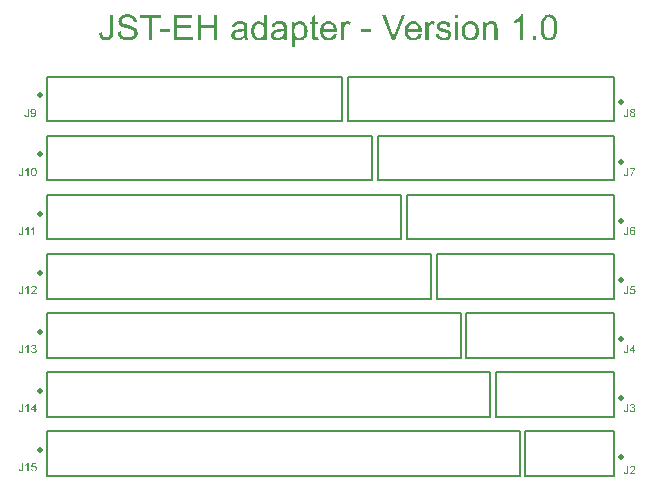
<source format=gto>
%FSLAX33Y33*%
%MOMM*%
%ADD10C,0.15*%
%ADD11C,0.5*%
%ADD12C,0.5*%
D10*
%LNtop silkscreen_traces*%
%LNtop silkscreen component 8278d696741b52da*%
G01*
X6000Y8100D02*
X6000Y11900D01*
X46000Y11900*
X46000Y8100*
X6000Y8100*
D11*
X5375Y10300D03*
G36*
X3579Y8678D02*
X3664Y8690D01*
X3667Y8652D01*
X3674Y8621D01*
X3683Y8596D01*
X3695Y8578D01*
X3710Y8564D01*
X3728Y8555D01*
X3748Y8549D01*
X3771Y8547D01*
X3788Y8548D01*
X3804Y8551D01*
X3819Y8556D01*
X3832Y8564D01*
X3844Y8573D01*
X3854Y8583D01*
X3862Y8595D01*
X3868Y8608D01*
X3872Y8624D01*
X3875Y8644D01*
X3877Y8669D01*
X3878Y8698D01*
X3878Y9191D01*
X3972Y9191D01*
X3972Y8703D01*
X3971Y8661D01*
X3967Y8623D01*
X3960Y8591D01*
X3951Y8564D01*
X3938Y8541D01*
X3923Y8520D01*
X3904Y8503D01*
X3882Y8489D01*
X3857Y8477D01*
X3831Y8469D01*
X3802Y8464D01*
X3771Y8463D01*
X3727Y8466D01*
X3688Y8476D01*
X3655Y8493D01*
X3627Y8517D01*
X3605Y8547D01*
X3590Y8584D01*
X3581Y8628D01*
X3579Y8678D01*
X3579Y8678D01*
X4423Y8475D02*
X4335Y8475D01*
X4335Y9035D01*
X4318Y9020D01*
X4298Y9005D01*
X4276Y8990D01*
X4251Y8975D01*
X4226Y8960D01*
X4203Y8948D01*
X4180Y8938D01*
X4159Y8929D01*
X4159Y9014D01*
X4195Y9032D01*
X4228Y9052D01*
X4259Y9074D01*
X4288Y9098D01*
X4313Y9123D01*
X4335Y9147D01*
X4352Y9170D01*
X4366Y9194D01*
X4423Y9194D01*
X4423Y8475D01*
X4423Y8475D01*
X4648Y8662D02*
X4740Y8670D01*
X4747Y8639D01*
X4757Y8611D01*
X4771Y8588D01*
X4788Y8569D01*
X4807Y8554D01*
X4829Y8544D01*
X4852Y8537D01*
X4878Y8535D01*
X4908Y8538D01*
X4936Y8547D01*
X4962Y8562D01*
X4985Y8583D01*
X5004Y8609D01*
X5018Y8639D01*
X5026Y8672D01*
X5029Y8710D01*
X5026Y8745D01*
X5018Y8777D01*
X5005Y8805D01*
X4987Y8829D01*
X4964Y8848D01*
X4938Y8861D01*
X4909Y8869D01*
X4876Y8872D01*
X4855Y8871D01*
X4836Y8867D01*
X4817Y8861D01*
X4800Y8853D01*
X4783Y8842D01*
X4769Y8831D01*
X4757Y8817D01*
X4746Y8803D01*
X4663Y8813D01*
X4733Y9181D01*
X5089Y9181D01*
X5089Y9097D01*
X4803Y9097D01*
X4764Y8905D01*
X4797Y8924D01*
X4830Y8938D01*
X4865Y8947D01*
X4900Y8950D01*
X4945Y8946D01*
X4986Y8933D01*
X5024Y8913D01*
X5058Y8885D01*
X5086Y8850D01*
X5106Y8810D01*
X5118Y8766D01*
X5122Y8718D01*
X5119Y8671D01*
X5108Y8627D01*
X5090Y8587D01*
X5066Y8550D01*
X5028Y8512D01*
X4984Y8485D01*
X4934Y8468D01*
X4878Y8463D01*
X4831Y8466D01*
X4789Y8476D01*
X4751Y8494D01*
X4718Y8517D01*
X4691Y8547D01*
X4670Y8581D01*
X4655Y8620D01*
X4648Y8662D01*
X4648Y8662D01*
G37*
%LNtop silkscreen component 08ce969612039e64*%
D10*
X54000Y41900D02*
X54000Y38100D01*
X31500Y38100*
X31500Y41900*
X54000Y41900*
D12*
X54625Y39700D03*
G36*
X54829Y38678D02*
X54914Y38690D01*
X54917Y38652D01*
X54924Y38621D01*
X54933Y38596D01*
X54945Y38578D01*
X54960Y38564D01*
X54978Y38555D01*
X54998Y38549D01*
X55021Y38547D01*
X55038Y38548D01*
X55054Y38551D01*
X55069Y38556D01*
X55082Y38564D01*
X55094Y38573D01*
X55104Y38583D01*
X55112Y38595D01*
X55118Y38608D01*
X55122Y38624D01*
X55125Y38644D01*
X55127Y38669D01*
X55128Y38698D01*
X55128Y39191D01*
X55222Y39191D01*
X55222Y38703D01*
X55221Y38661D01*
X55217Y38623D01*
X55210Y38591D01*
X55201Y38564D01*
X55188Y38541D01*
X55173Y38520D01*
X55154Y38503D01*
X55132Y38489D01*
X55107Y38477D01*
X55081Y38469D01*
X55052Y38464D01*
X55021Y38463D01*
X54977Y38466D01*
X54938Y38476D01*
X54905Y38493D01*
X54877Y38517D01*
X54855Y38547D01*
X54840Y38584D01*
X54831Y38628D01*
X54829Y38678D01*
X54829Y38678D01*
X55477Y38863D02*
X55506Y38808D01*
X55493Y38802D01*
X55472Y38784D01*
X55454Y38762D01*
X55441Y38738D01*
X55433Y38711D01*
X55431Y38682D01*
X55431Y38682D01*
X55432Y38663D01*
X55435Y38645D01*
X55441Y38627D01*
X55449Y38609D01*
X55459Y38592D01*
X55471Y38578D01*
X55485Y38565D01*
X55502Y38554D01*
X55520Y38546D01*
X55538Y38540D01*
X55557Y38536D01*
X55577Y38535D01*
X55607Y38538D01*
X55635Y38545D01*
X55659Y38558D01*
X55681Y38576D01*
X55699Y38597D01*
X55712Y38622D01*
X55720Y38649D01*
X55722Y38679D01*
X55720Y38709D01*
X55712Y38737D01*
X55699Y38761D01*
X55680Y38784D01*
X55658Y38802D01*
X55633Y38815D01*
X55605Y38823D01*
X55574Y38825D01*
X55545Y38823D01*
X55518Y38815D01*
X55506Y38808D01*
X55477Y38863D01*
X55510Y38915D01*
X55530Y38905D01*
X55552Y38899D01*
X55577Y38897D01*
X55601Y38899D01*
X55623Y38905D01*
X55643Y38915D01*
X55660Y38929D01*
X55674Y38946D01*
X55684Y38964D01*
X55691Y38985D01*
X55693Y39007D01*
X55691Y39030D01*
X55684Y39052D01*
X55674Y39071D01*
X55659Y39089D01*
X55641Y39103D01*
X55622Y39113D01*
X55600Y39119D01*
X55576Y39121D01*
X55552Y39119D01*
X55530Y39113D01*
X55510Y39103D01*
X55492Y39089D01*
X55478Y39072D01*
X55468Y39054D01*
X55461Y39034D01*
X55459Y39012D01*
X55459Y39012D01*
X55461Y38988D01*
X55467Y38966D01*
X55478Y38946D01*
X55492Y38929D01*
X55510Y38915D01*
X55477Y38863D01*
X55451Y38874D01*
X55429Y38887D01*
X55411Y38903D01*
X55396Y38920D01*
X55384Y38940D01*
X55376Y38961D01*
X55371Y38984D01*
X55369Y39009D01*
X55373Y39047D01*
X55383Y39081D01*
X55401Y39112D01*
X55426Y39141D01*
X55456Y39164D01*
X55491Y39180D01*
X55531Y39190D01*
X55575Y39194D01*
X55620Y39190D01*
X55660Y39180D01*
X55695Y39163D01*
X55726Y39139D01*
X55751Y39111D01*
X55769Y39079D01*
X55779Y39044D01*
X55783Y39007D01*
X55781Y38983D01*
X55776Y38960D01*
X55768Y38939D01*
X55757Y38920D01*
X55742Y38903D01*
X55724Y38887D01*
X55702Y38874D01*
X55677Y38863D01*
X55708Y38851D01*
X55736Y38835D01*
X55759Y38816D01*
X55778Y38794D01*
X55793Y38769D01*
X55804Y38741D01*
X55810Y38712D01*
X55812Y38680D01*
X55808Y38636D01*
X55796Y38595D01*
X55776Y38558D01*
X55747Y38525D01*
X55712Y38498D01*
X55672Y38478D01*
X55627Y38467D01*
X55576Y38463D01*
X55526Y38467D01*
X55481Y38478D01*
X55441Y38498D01*
X55406Y38526D01*
X55377Y38559D01*
X55357Y38596D01*
X55345Y38637D01*
X55341Y38682D01*
X55343Y38716D01*
X55349Y38746D01*
X55360Y38774D01*
X55376Y38799D01*
X55396Y38821D01*
X55419Y38839D01*
X55446Y38853D01*
X55477Y38863D01*
X55477Y38863D01*
G37*
%LNtop silkscreen component e805279d35b13680*%
D10*
X54000Y36900D02*
X54000Y33100D01*
X34000Y33100*
X34000Y36900*
X54000Y36900*
D12*
X54625Y34700D03*
G36*
X54829Y33678D02*
X54914Y33690D01*
X54917Y33652D01*
X54924Y33621D01*
X54933Y33596D01*
X54945Y33578D01*
X54960Y33564D01*
X54978Y33555D01*
X54998Y33549D01*
X55021Y33547D01*
X55038Y33548D01*
X55054Y33551D01*
X55069Y33556D01*
X55082Y33564D01*
X55094Y33573D01*
X55104Y33583D01*
X55112Y33595D01*
X55118Y33608D01*
X55122Y33624D01*
X55125Y33644D01*
X55127Y33669D01*
X55128Y33698D01*
X55128Y34191D01*
X55222Y34191D01*
X55222Y33703D01*
X55221Y33661D01*
X55217Y33623D01*
X55210Y33591D01*
X55201Y33564D01*
X55188Y33541D01*
X55173Y33520D01*
X55154Y33503D01*
X55132Y33489D01*
X55107Y33477D01*
X55081Y33469D01*
X55052Y33464D01*
X55021Y33463D01*
X54977Y33466D01*
X54938Y33476D01*
X54905Y33493D01*
X54877Y33517D01*
X54855Y33547D01*
X54840Y33584D01*
X54831Y33628D01*
X54829Y33678D01*
X54829Y33678D01*
X55347Y34097D02*
X55347Y34182D01*
X55811Y34182D01*
X55811Y34113D01*
X55777Y34074D01*
X55743Y34028D01*
X55709Y33977D01*
X55675Y33920D01*
X55644Y33859D01*
X55616Y33798D01*
X55592Y33735D01*
X55572Y33672D01*
X55560Y33626D01*
X55550Y33578D01*
X55543Y33527D01*
X55538Y33475D01*
X55447Y33475D01*
X55450Y33519D01*
X55457Y33568D01*
X55467Y33621D01*
X55481Y33679D01*
X55498Y33738D01*
X55519Y33797D01*
X55544Y33854D01*
X55572Y33910D01*
X55602Y33963D01*
X55633Y34012D01*
X55665Y34057D01*
X55698Y34097D01*
X55347Y34097D01*
X55347Y34097D01*
G37*
%LNtop silkscreen component 16fab53d32d5a67c*%
D10*
X54000Y11900D02*
X54000Y8100D01*
X46500Y8100*
X46500Y11900*
X54000Y11900*
D12*
X54625Y9700D03*
G36*
X54829Y8428D02*
X54914Y8440D01*
X54917Y8402D01*
X54924Y8371D01*
X54933Y8346D01*
X54945Y8328D01*
X54960Y8314D01*
X54978Y8305D01*
X54998Y8299D01*
X55021Y8297D01*
X55038Y8298D01*
X55054Y8301D01*
X55069Y8306D01*
X55082Y8314D01*
X55094Y8323D01*
X55104Y8333D01*
X55112Y8345D01*
X55118Y8358D01*
X55122Y8374D01*
X55125Y8394D01*
X55127Y8419D01*
X55128Y8448D01*
X55128Y8941D01*
X55222Y8941D01*
X55222Y8453D01*
X55221Y8411D01*
X55217Y8373D01*
X55210Y8341D01*
X55201Y8314D01*
X55188Y8291D01*
X55173Y8270D01*
X55154Y8253D01*
X55132Y8239D01*
X55107Y8227D01*
X55081Y8219D01*
X55052Y8214D01*
X55021Y8213D01*
X54977Y8216D01*
X54938Y8226D01*
X54905Y8243D01*
X54877Y8267D01*
X54855Y8297D01*
X54840Y8334D01*
X54831Y8378D01*
X54829Y8428D01*
X54829Y8428D01*
X55803Y8309D02*
X55803Y8225D01*
X55330Y8225D01*
X55331Y8241D01*
X55332Y8256D01*
X55336Y8271D01*
X55341Y8286D01*
X55351Y8310D01*
X55364Y8334D01*
X55380Y8358D01*
X55398Y8381D01*
X55421Y8406D01*
X55447Y8432D01*
X55478Y8460D01*
X55513Y8490D01*
X55567Y8535D01*
X55611Y8575D01*
X55646Y8611D01*
X55671Y8641D01*
X55689Y8669D01*
X55702Y8696D01*
X55710Y8722D01*
X55712Y8747D01*
X55710Y8772D01*
X55703Y8795D01*
X55691Y8816D01*
X55675Y8835D01*
X55655Y8851D01*
X55632Y8862D01*
X55606Y8869D01*
X55577Y8871D01*
X55547Y8869D01*
X55520Y8861D01*
X55496Y8850D01*
X55476Y8833D01*
X55459Y8812D01*
X55447Y8787D01*
X55440Y8759D01*
X55437Y8727D01*
X55347Y8737D01*
X55355Y8784D01*
X55369Y8826D01*
X55390Y8861D01*
X55417Y8891D01*
X55450Y8914D01*
X55488Y8931D01*
X55531Y8940D01*
X55579Y8944D01*
X55628Y8940D01*
X55672Y8929D01*
X55710Y8912D01*
X55742Y8887D01*
X55769Y8856D01*
X55787Y8823D01*
X55799Y8786D01*
X55802Y8745D01*
X55801Y8724D01*
X55798Y8702D01*
X55793Y8681D01*
X55785Y8661D01*
X55775Y8640D01*
X55762Y8618D01*
X55745Y8596D01*
X55727Y8573D01*
X55703Y8548D01*
X55672Y8519D01*
X55635Y8485D01*
X55591Y8447D01*
X55555Y8417D01*
X55526Y8391D01*
X55504Y8372D01*
X55489Y8357D01*
X55479Y8345D01*
X55469Y8333D01*
X55460Y8321D01*
X55452Y8309D01*
X55803Y8309D01*
X55803Y8309D01*
G37*
%LNtop silkscreen component a015b0e8d900f81e*%
D10*
X54000Y16900D02*
X54000Y13100D01*
X44000Y13100*
X44000Y16900*
X54000Y16900*
D12*
X54625Y14700D03*
G36*
X54829Y13678D02*
X54914Y13690D01*
X54917Y13652D01*
X54924Y13621D01*
X54933Y13596D01*
X54945Y13578D01*
X54960Y13564D01*
X54978Y13555D01*
X54998Y13549D01*
X55021Y13547D01*
X55038Y13548D01*
X55054Y13551D01*
X55069Y13556D01*
X55082Y13564D01*
X55094Y13573D01*
X55104Y13583D01*
X55112Y13595D01*
X55118Y13608D01*
X55122Y13624D01*
X55125Y13644D01*
X55127Y13669D01*
X55128Y13698D01*
X55128Y14191D01*
X55222Y14191D01*
X55222Y13703D01*
X55221Y13661D01*
X55217Y13623D01*
X55210Y13591D01*
X55201Y13564D01*
X55188Y13541D01*
X55173Y13520D01*
X55154Y13503D01*
X55132Y13489D01*
X55107Y13477D01*
X55081Y13469D01*
X55052Y13464D01*
X55021Y13463D01*
X54977Y13466D01*
X54938Y13476D01*
X54905Y13493D01*
X54877Y13517D01*
X54855Y13547D01*
X54840Y13584D01*
X54831Y13628D01*
X54829Y13678D01*
X54829Y13678D01*
X55342Y13664D02*
X55430Y13676D01*
X55439Y13641D01*
X55450Y13611D01*
X55465Y13587D01*
X55481Y13568D01*
X55501Y13554D01*
X55522Y13543D01*
X55545Y13537D01*
X55570Y13535D01*
X55600Y13538D01*
X55627Y13546D01*
X55652Y13559D01*
X55675Y13578D01*
X55693Y13601D01*
X55707Y13626D01*
X55715Y13654D01*
X55718Y13684D01*
X55715Y13713D01*
X55708Y13740D01*
X55695Y13763D01*
X55678Y13784D01*
X55657Y13802D01*
X55633Y13814D01*
X55607Y13821D01*
X55577Y13824D01*
X55564Y13823D01*
X55549Y13821D01*
X55533Y13818D01*
X55515Y13814D01*
X55525Y13891D01*
X55529Y13891D01*
X55533Y13890D01*
X55536Y13890D01*
X55539Y13890D01*
X55567Y13892D01*
X55593Y13897D01*
X55617Y13907D01*
X55640Y13919D01*
X55660Y13936D01*
X55674Y13957D01*
X55682Y13981D01*
X55685Y14010D01*
X55683Y14033D01*
X55677Y14054D01*
X55667Y14073D01*
X55653Y14090D01*
X55635Y14104D01*
X55615Y14114D01*
X55593Y14120D01*
X55568Y14121D01*
X55544Y14119D01*
X55521Y14113D01*
X55501Y14103D01*
X55483Y14089D01*
X55467Y14071D01*
X55455Y14049D01*
X55445Y14023D01*
X55439Y13993D01*
X55351Y14008D01*
X55361Y14050D01*
X55377Y14087D01*
X55398Y14118D01*
X55424Y14145D01*
X55454Y14166D01*
X55488Y14182D01*
X55525Y14191D01*
X55566Y14194D01*
X55595Y14192D01*
X55622Y14187D01*
X55649Y14180D01*
X55674Y14169D01*
X55697Y14155D01*
X55718Y14139D01*
X55735Y14121D01*
X55749Y14100D01*
X55761Y14078D01*
X55769Y14055D01*
X55774Y14032D01*
X55776Y14008D01*
X55774Y13985D01*
X55769Y13963D01*
X55762Y13943D01*
X55751Y13923D01*
X55737Y13905D01*
X55720Y13889D01*
X55700Y13875D01*
X55677Y13863D01*
X55707Y13853D01*
X55733Y13840D01*
X55756Y13823D01*
X55776Y13802D01*
X55791Y13777D01*
X55802Y13750D01*
X55809Y13720D01*
X55811Y13686D01*
X55807Y13641D01*
X55794Y13600D01*
X55772Y13562D01*
X55742Y13527D01*
X55706Y13499D01*
X55665Y13479D01*
X55620Y13466D01*
X55570Y13462D01*
X55524Y13466D01*
X55483Y13476D01*
X55446Y13494D01*
X55413Y13518D01*
X55385Y13549D01*
X55364Y13583D01*
X55350Y13621D01*
X55342Y13664D01*
X55342Y13664D01*
G37*
%LNtop silkscreen component b3f41ef893718b1e*%
D10*
X6000Y23100D02*
X6000Y26900D01*
X38500Y26900*
X38500Y23100*
X6000Y23100*
D11*
X5375Y25300D03*
G36*
X3579Y23678D02*
X3664Y23690D01*
X3667Y23652D01*
X3674Y23621D01*
X3683Y23596D01*
X3695Y23578D01*
X3710Y23564D01*
X3728Y23555D01*
X3748Y23549D01*
X3771Y23547D01*
X3788Y23548D01*
X3804Y23551D01*
X3819Y23556D01*
X3832Y23564D01*
X3844Y23573D01*
X3854Y23583D01*
X3862Y23595D01*
X3868Y23608D01*
X3872Y23624D01*
X3875Y23644D01*
X3877Y23669D01*
X3878Y23698D01*
X3878Y24191D01*
X3972Y24191D01*
X3972Y23703D01*
X3971Y23661D01*
X3967Y23623D01*
X3960Y23591D01*
X3951Y23564D01*
X3938Y23541D01*
X3923Y23520D01*
X3904Y23503D01*
X3882Y23489D01*
X3857Y23477D01*
X3831Y23469D01*
X3802Y23464D01*
X3771Y23463D01*
X3727Y23466D01*
X3688Y23476D01*
X3655Y23493D01*
X3627Y23517D01*
X3605Y23547D01*
X3590Y23584D01*
X3581Y23628D01*
X3579Y23678D01*
X3579Y23678D01*
X4423Y23475D02*
X4335Y23475D01*
X4335Y24035D01*
X4318Y24020D01*
X4298Y24005D01*
X4276Y23990D01*
X4251Y23975D01*
X4226Y23960D01*
X4203Y23948D01*
X4180Y23938D01*
X4159Y23929D01*
X4159Y24014D01*
X4195Y24032D01*
X4228Y24052D01*
X4259Y24074D01*
X4288Y24098D01*
X4313Y24123D01*
X4335Y24147D01*
X4352Y24170D01*
X4366Y24194D01*
X4423Y24194D01*
X4423Y23475D01*
X4423Y23475D01*
X5110Y23559D02*
X5110Y23475D01*
X4636Y23475D01*
X4637Y23491D01*
X4639Y23506D01*
X4642Y23521D01*
X4647Y23536D01*
X4657Y23560D01*
X4670Y23584D01*
X4686Y23608D01*
X4705Y23631D01*
X4727Y23656D01*
X4753Y23682D01*
X4784Y23710D01*
X4820Y23740D01*
X4873Y23785D01*
X4917Y23825D01*
X4952Y23861D01*
X4977Y23891D01*
X4995Y23919D01*
X5008Y23946D01*
X5016Y23972D01*
X5018Y23997D01*
X5016Y24022D01*
X5009Y24045D01*
X4997Y24066D01*
X4981Y24085D01*
X4961Y24101D01*
X4938Y24112D01*
X4912Y24119D01*
X4884Y24121D01*
X4853Y24119D01*
X4826Y24111D01*
X4803Y24100D01*
X4782Y24083D01*
X4765Y24062D01*
X4753Y24037D01*
X4746Y24009D01*
X4743Y23977D01*
X4653Y23987D01*
X4661Y24034D01*
X4675Y24076D01*
X4696Y24111D01*
X4723Y24141D01*
X4756Y24164D01*
X4794Y24181D01*
X4837Y24190D01*
X4885Y24194D01*
X4934Y24190D01*
X4978Y24179D01*
X5016Y24162D01*
X5049Y24137D01*
X5075Y24106D01*
X5094Y24073D01*
X5105Y24036D01*
X5109Y23995D01*
X5108Y23974D01*
X5104Y23952D01*
X5099Y23931D01*
X5091Y23911D01*
X5081Y23890D01*
X5068Y23868D01*
X5052Y23846D01*
X5033Y23823D01*
X5009Y23798D01*
X4978Y23769D01*
X4941Y23735D01*
X4897Y23697D01*
X4861Y23667D01*
X4832Y23641D01*
X4810Y23622D01*
X4796Y23607D01*
X4785Y23595D01*
X4775Y23583D01*
X4766Y23571D01*
X4759Y23559D01*
X5110Y23559D01*
X5110Y23559D01*
G37*
%LNtop silkscreen component ad3850c414a05864*%
D10*
X54000Y31900D02*
X54000Y28100D01*
X36500Y28100*
X36500Y31900*
X54000Y31900*
D12*
X54625Y29700D03*
G36*
X54829Y28678D02*
X54914Y28690D01*
X54917Y28652D01*
X54924Y28621D01*
X54933Y28596D01*
X54945Y28578D01*
X54960Y28564D01*
X54978Y28555D01*
X54998Y28549D01*
X55021Y28547D01*
X55038Y28548D01*
X55054Y28551D01*
X55069Y28556D01*
X55082Y28564D01*
X55094Y28573D01*
X55104Y28583D01*
X55112Y28595D01*
X55118Y28608D01*
X55122Y28624D01*
X55125Y28644D01*
X55127Y28669D01*
X55128Y28698D01*
X55128Y29191D01*
X55222Y29191D01*
X55222Y28703D01*
X55221Y28661D01*
X55217Y28623D01*
X55210Y28591D01*
X55201Y28564D01*
X55188Y28541D01*
X55173Y28520D01*
X55154Y28503D01*
X55132Y28489D01*
X55107Y28477D01*
X55081Y28469D01*
X55052Y28464D01*
X55021Y28463D01*
X54977Y28466D01*
X54938Y28476D01*
X54905Y28493D01*
X54877Y28517D01*
X54855Y28547D01*
X54840Y28584D01*
X54831Y28628D01*
X54829Y28678D01*
X54829Y28678D01*
X55798Y29016D02*
X55710Y29009D01*
X55704Y29033D01*
X55696Y29053D01*
X55687Y29070D01*
X55677Y29084D01*
X55658Y29100D01*
X55637Y29112D01*
X55614Y29119D01*
X55589Y29121D01*
X55569Y29120D01*
X55550Y29116D01*
X55532Y29108D01*
X55515Y29098D01*
X55496Y29081D01*
X55478Y29061D01*
X55463Y29037D01*
X55450Y29010D01*
X55439Y28978D01*
X55432Y28939D01*
X55427Y28895D01*
X55425Y28844D01*
X55471Y28808D01*
X55462Y28796D01*
X55449Y28770D01*
X55441Y28740D01*
X55439Y28707D01*
X55439Y28707D01*
X55440Y28684D01*
X55444Y28662D01*
X55450Y28641D01*
X55458Y28620D01*
X55469Y28601D01*
X55481Y28583D01*
X55496Y28569D01*
X55512Y28557D01*
X55529Y28547D01*
X55547Y28540D01*
X55566Y28536D01*
X55585Y28535D01*
X55612Y28538D01*
X55636Y28546D01*
X55659Y28560D01*
X55680Y28580D01*
X55698Y28604D01*
X55710Y28633D01*
X55718Y28665D01*
X55720Y28702D01*
X55718Y28737D01*
X55711Y28768D01*
X55698Y28796D01*
X55681Y28819D01*
X55660Y28838D01*
X55636Y28851D01*
X55610Y28859D01*
X55581Y28862D01*
X55553Y28859D01*
X55526Y28851D01*
X55502Y28838D01*
X55480Y28819D01*
X55471Y28808D01*
X55425Y28844D01*
X55442Y28867D01*
X55460Y28886D01*
X55481Y28903D01*
X55503Y28916D01*
X55526Y28926D01*
X55550Y28933D01*
X55574Y28938D01*
X55599Y28939D01*
X55641Y28935D01*
X55680Y28923D01*
X55716Y28903D01*
X55749Y28875D01*
X55776Y28840D01*
X55795Y28800D01*
X55806Y28756D01*
X55810Y28707D01*
X55808Y28674D01*
X55803Y28642D01*
X55794Y28612D01*
X55781Y28582D01*
X55765Y28555D01*
X55747Y28531D01*
X55725Y28511D01*
X55701Y28494D01*
X55675Y28480D01*
X55647Y28470D01*
X55618Y28465D01*
X55586Y28463D01*
X55534Y28468D01*
X55486Y28483D01*
X55444Y28508D01*
X55407Y28544D01*
X55377Y28591D01*
X55355Y28651D01*
X55342Y28724D01*
X55338Y28810D01*
X55342Y28907D01*
X55357Y28989D01*
X55381Y29058D01*
X55414Y29112D01*
X55451Y29148D01*
X55493Y29173D01*
X55541Y29189D01*
X55594Y29194D01*
X55635Y29191D01*
X55671Y29182D01*
X55704Y29167D01*
X55733Y29146D01*
X55757Y29120D01*
X55776Y29090D01*
X55790Y29055D01*
X55798Y29016D01*
X55798Y29016D01*
G37*
%LNtop silkscreen component da7bfe2cf6314d72*%
D10*
X6000Y13100D02*
X6000Y16900D01*
X43500Y16900*
X43500Y13100*
X6000Y13100*
D11*
X5375Y15300D03*
G36*
X3579Y13678D02*
X3664Y13690D01*
X3667Y13652D01*
X3674Y13621D01*
X3683Y13596D01*
X3695Y13578D01*
X3710Y13564D01*
X3728Y13555D01*
X3748Y13549D01*
X3771Y13547D01*
X3788Y13548D01*
X3804Y13551D01*
X3819Y13556D01*
X3832Y13564D01*
X3844Y13573D01*
X3854Y13583D01*
X3862Y13595D01*
X3868Y13608D01*
X3872Y13624D01*
X3875Y13644D01*
X3877Y13669D01*
X3878Y13698D01*
X3878Y14191D01*
X3972Y14191D01*
X3972Y13703D01*
X3971Y13661D01*
X3967Y13623D01*
X3960Y13591D01*
X3951Y13564D01*
X3938Y13541D01*
X3923Y13520D01*
X3904Y13503D01*
X3882Y13489D01*
X3857Y13477D01*
X3831Y13469D01*
X3802Y13464D01*
X3771Y13463D01*
X3727Y13466D01*
X3688Y13476D01*
X3655Y13493D01*
X3627Y13517D01*
X3605Y13547D01*
X3590Y13584D01*
X3581Y13628D01*
X3579Y13678D01*
X3579Y13678D01*
X4423Y13475D02*
X4335Y13475D01*
X4335Y14035D01*
X4318Y14020D01*
X4298Y14005D01*
X4276Y13990D01*
X4251Y13975D01*
X4226Y13960D01*
X4203Y13948D01*
X4180Y13938D01*
X4159Y13929D01*
X4159Y14014D01*
X4195Y14032D01*
X4228Y14052D01*
X4259Y14074D01*
X4288Y14098D01*
X4313Y14123D01*
X4335Y14147D01*
X4352Y14170D01*
X4366Y14194D01*
X4423Y14194D01*
X4423Y13475D01*
X4423Y13475D01*
X4929Y13475D02*
X4929Y13646D01*
X4619Y13646D01*
X4619Y13727D01*
X4874Y14089D01*
X4929Y14050D01*
X4705Y13727D01*
X4929Y13727D01*
X4929Y13727D01*
X4929Y14050D01*
X4874Y14089D01*
X4946Y14191D01*
X5017Y14191D01*
X5017Y13727D01*
X5114Y13727D01*
X5114Y13646D01*
X5017Y13646D01*
X5017Y13475D01*
X4929Y13475D01*
X4929Y13475D01*
G37*
%LNtop silkscreen component 228893982379df3f*%
D10*
X54000Y21900D02*
X54000Y18100D01*
X41500Y18100*
X41500Y21900*
X54000Y21900*
D12*
X54625Y19700D03*
G36*
X54829Y18678D02*
X54914Y18690D01*
X54917Y18652D01*
X54924Y18621D01*
X54933Y18596D01*
X54945Y18578D01*
X54960Y18564D01*
X54978Y18555D01*
X54998Y18549D01*
X55021Y18547D01*
X55038Y18548D01*
X55054Y18551D01*
X55069Y18556D01*
X55082Y18564D01*
X55094Y18573D01*
X55104Y18583D01*
X55112Y18595D01*
X55118Y18608D01*
X55122Y18624D01*
X55125Y18644D01*
X55127Y18669D01*
X55128Y18698D01*
X55128Y19191D01*
X55222Y19191D01*
X55222Y18703D01*
X55221Y18661D01*
X55217Y18623D01*
X55210Y18591D01*
X55201Y18564D01*
X55188Y18541D01*
X55173Y18520D01*
X55154Y18503D01*
X55132Y18489D01*
X55107Y18477D01*
X55081Y18469D01*
X55052Y18464D01*
X55021Y18463D01*
X54977Y18466D01*
X54938Y18476D01*
X54905Y18493D01*
X54877Y18517D01*
X54855Y18547D01*
X54840Y18584D01*
X54831Y18628D01*
X54829Y18678D01*
X54829Y18678D01*
X55623Y18475D02*
X55623Y18646D01*
X55313Y18646D01*
X55313Y18727D01*
X55568Y19089D01*
X55623Y19050D01*
X55399Y18727D01*
X55623Y18727D01*
X55623Y18727D01*
X55623Y19050D01*
X55568Y19089D01*
X55639Y19191D01*
X55711Y19191D01*
X55711Y18727D01*
X55808Y18727D01*
X55808Y18646D01*
X55711Y18646D01*
X55711Y18475D01*
X55623Y18475D01*
X55623Y18475D01*
G37*
%LNtop silkscreen component da574c27139357db*%
D10*
X6000Y18100D02*
X6000Y21900D01*
X41000Y21900*
X41000Y18100*
X6000Y18100*
D11*
X5375Y20300D03*
G36*
X3579Y18678D02*
X3664Y18690D01*
X3667Y18652D01*
X3674Y18621D01*
X3683Y18596D01*
X3695Y18578D01*
X3710Y18564D01*
X3728Y18555D01*
X3748Y18549D01*
X3771Y18547D01*
X3788Y18548D01*
X3804Y18551D01*
X3819Y18556D01*
X3832Y18564D01*
X3844Y18573D01*
X3854Y18583D01*
X3862Y18595D01*
X3868Y18608D01*
X3872Y18624D01*
X3875Y18644D01*
X3877Y18669D01*
X3878Y18698D01*
X3878Y19191D01*
X3972Y19191D01*
X3972Y18703D01*
X3971Y18661D01*
X3967Y18623D01*
X3960Y18591D01*
X3951Y18564D01*
X3938Y18541D01*
X3923Y18520D01*
X3904Y18503D01*
X3882Y18489D01*
X3857Y18477D01*
X3831Y18469D01*
X3802Y18464D01*
X3771Y18463D01*
X3727Y18466D01*
X3688Y18476D01*
X3655Y18493D01*
X3627Y18517D01*
X3605Y18547D01*
X3590Y18584D01*
X3581Y18628D01*
X3579Y18678D01*
X3579Y18678D01*
X4423Y18475D02*
X4335Y18475D01*
X4335Y19035D01*
X4318Y19020D01*
X4298Y19005D01*
X4276Y18990D01*
X4251Y18975D01*
X4226Y18960D01*
X4203Y18948D01*
X4180Y18938D01*
X4159Y18929D01*
X4159Y19014D01*
X4195Y19032D01*
X4228Y19052D01*
X4259Y19074D01*
X4288Y19098D01*
X4313Y19123D01*
X4335Y19147D01*
X4352Y19170D01*
X4366Y19194D01*
X4423Y19194D01*
X4423Y18475D01*
X4423Y18475D01*
X4648Y18664D02*
X4736Y18676D01*
X4745Y18641D01*
X4757Y18611D01*
X4771Y18587D01*
X4788Y18568D01*
X4807Y18554D01*
X4828Y18543D01*
X4851Y18537D01*
X4876Y18535D01*
X4906Y18538D01*
X4933Y18546D01*
X4958Y18559D01*
X4981Y18578D01*
X5000Y18601D01*
X5013Y18626D01*
X5021Y18654D01*
X5024Y18684D01*
X5021Y18713D01*
X5014Y18740D01*
X5001Y18763D01*
X4984Y18784D01*
X4963Y18802D01*
X4939Y18814D01*
X4913Y18821D01*
X4884Y18824D01*
X4870Y18823D01*
X4856Y18821D01*
X4839Y18818D01*
X4822Y18814D01*
X4831Y18891D01*
X4835Y18891D01*
X4839Y18890D01*
X4843Y18890D01*
X4845Y18890D01*
X4873Y18892D01*
X4899Y18897D01*
X4923Y18907D01*
X4947Y18919D01*
X4966Y18936D01*
X4980Y18957D01*
X4989Y18981D01*
X4991Y19010D01*
X4989Y19033D01*
X4983Y19054D01*
X4973Y19073D01*
X4959Y19090D01*
X4941Y19104D01*
X4921Y19114D01*
X4899Y19119D01*
X4874Y19121D01*
X4850Y19119D01*
X4827Y19113D01*
X4807Y19103D01*
X4789Y19089D01*
X4773Y19071D01*
X4761Y19049D01*
X4751Y19023D01*
X4745Y18993D01*
X4657Y19008D01*
X4668Y19050D01*
X4683Y19087D01*
X4704Y19118D01*
X4730Y19145D01*
X4761Y19166D01*
X4794Y19182D01*
X4832Y19191D01*
X4872Y19194D01*
X4901Y19192D01*
X4929Y19187D01*
X4955Y19180D01*
X4980Y19169D01*
X5003Y19155D01*
X5024Y19139D01*
X5041Y19121D01*
X5056Y19100D01*
X5067Y19078D01*
X5075Y19055D01*
X5080Y19032D01*
X5082Y19008D01*
X5080Y18985D01*
X5076Y18963D01*
X5068Y18943D01*
X5057Y18923D01*
X5043Y18905D01*
X5026Y18889D01*
X5006Y18875D01*
X4983Y18863D01*
X5013Y18853D01*
X5040Y18840D01*
X5062Y18823D01*
X5082Y18802D01*
X5097Y18777D01*
X5108Y18750D01*
X5115Y18720D01*
X5117Y18686D01*
X5113Y18641D01*
X5100Y18600D01*
X5078Y18562D01*
X5049Y18527D01*
X5012Y18499D01*
X4971Y18479D01*
X4926Y18466D01*
X4876Y18462D01*
X4831Y18466D01*
X4789Y18476D01*
X4752Y18494D01*
X4719Y18518D01*
X4691Y18549D01*
X4670Y18583D01*
X4656Y18621D01*
X4648Y18664D01*
X4648Y18664D01*
G37*
%LNtop silkscreen component eafc2537431a66c3*%
D10*
X6000Y38100D02*
X6000Y41900D01*
X31000Y41900*
X31000Y38100*
X6000Y38100*
D11*
X5375Y40300D03*
G36*
X4079Y38678D02*
X4164Y38690D01*
X4167Y38652D01*
X4174Y38621D01*
X4183Y38596D01*
X4195Y38578D01*
X4210Y38564D01*
X4228Y38555D01*
X4248Y38549D01*
X4271Y38547D01*
X4288Y38548D01*
X4304Y38551D01*
X4319Y38556D01*
X4332Y38564D01*
X4344Y38573D01*
X4354Y38583D01*
X4362Y38595D01*
X4368Y38608D01*
X4372Y38624D01*
X4375Y38644D01*
X4377Y38669D01*
X4378Y38698D01*
X4378Y39191D01*
X4472Y39191D01*
X4472Y38703D01*
X4471Y38661D01*
X4467Y38623D01*
X4460Y38591D01*
X4451Y38564D01*
X4438Y38541D01*
X4423Y38520D01*
X4404Y38503D01*
X4382Y38489D01*
X4357Y38477D01*
X4331Y38469D01*
X4302Y38464D01*
X4271Y38463D01*
X4227Y38466D01*
X4188Y38476D01*
X4155Y38493D01*
X4127Y38517D01*
X4105Y38547D01*
X4090Y38584D01*
X4081Y38628D01*
X4079Y38678D01*
X4079Y38678D01*
X4605Y38641D02*
X4689Y38648D01*
X4696Y38621D01*
X4705Y38597D01*
X4716Y38577D01*
X4730Y38562D01*
X4746Y38550D01*
X4765Y38542D01*
X4785Y38537D01*
X4808Y38535D01*
X4827Y38536D01*
X4846Y38540D01*
X4863Y38545D01*
X4879Y38554D01*
X4893Y38564D01*
X4907Y38575D01*
X4918Y38588D01*
X4929Y38603D01*
X4938Y38620D01*
X4947Y38640D01*
X4955Y38662D01*
X4962Y38687D01*
X4967Y38713D01*
X4972Y38740D01*
X4974Y38767D01*
X4975Y38794D01*
X4975Y38798D01*
X4975Y38802D01*
X4975Y38806D01*
X4974Y38812D01*
X4930Y38844D01*
X4942Y38861D01*
X4955Y38889D01*
X4962Y38921D01*
X4965Y38956D01*
X4965Y38956D01*
X4962Y38992D01*
X4955Y39024D01*
X4942Y39052D01*
X4924Y39077D01*
X4903Y39096D01*
X4880Y39110D01*
X4855Y39118D01*
X4827Y39121D01*
X4799Y39118D01*
X4773Y39109D01*
X4748Y39094D01*
X4725Y39073D01*
X4706Y39047D01*
X4693Y39018D01*
X4685Y38985D01*
X4682Y38949D01*
X4684Y38917D01*
X4692Y38887D01*
X4705Y38861D01*
X4723Y38838D01*
X4745Y38819D01*
X4769Y38806D01*
X4796Y38798D01*
X4825Y38795D01*
X4854Y38798D01*
X4881Y38806D01*
X4904Y38819D01*
X4925Y38838D01*
X4930Y38844D01*
X4974Y38812D01*
X4960Y38792D01*
X4943Y38774D01*
X4924Y38758D01*
X4902Y38744D01*
X4879Y38732D01*
X4855Y38724D01*
X4830Y38719D01*
X4803Y38718D01*
X4761Y38722D01*
X4721Y38734D01*
X4686Y38754D01*
X4653Y38782D01*
X4626Y38817D01*
X4607Y38857D01*
X4595Y38902D01*
X4592Y38952D01*
X4596Y39004D01*
X4608Y39050D01*
X4628Y39091D01*
X4656Y39127D01*
X4690Y39156D01*
X4728Y39177D01*
X4770Y39190D01*
X4817Y39194D01*
X4851Y39191D01*
X4883Y39184D01*
X4915Y39173D01*
X4944Y39156D01*
X4972Y39135D01*
X4995Y39111D01*
X5015Y39082D01*
X5032Y39049D01*
X5045Y39010D01*
X5055Y38964D01*
X5060Y38910D01*
X5062Y38848D01*
X5060Y38782D01*
X5055Y38724D01*
X5045Y38673D01*
X5032Y38629D01*
X5016Y38591D01*
X4995Y38557D01*
X4971Y38529D01*
X4944Y38505D01*
X4913Y38487D01*
X4880Y38473D01*
X4844Y38465D01*
X4806Y38463D01*
X4766Y38466D01*
X4730Y38474D01*
X4697Y38489D01*
X4669Y38509D01*
X4645Y38535D01*
X4626Y38566D01*
X4613Y38601D01*
X4605Y38641D01*
X4605Y38641D01*
G37*
%LNtop silkscreen component b7702b93b57b5186*%
D10*
X6000Y28100D02*
X6000Y31900D01*
X36000Y31900*
X36000Y28100*
X6000Y28100*
D11*
X5375Y30300D03*
G36*
X3579Y28678D02*
X3664Y28690D01*
X3667Y28652D01*
X3674Y28621D01*
X3683Y28596D01*
X3695Y28578D01*
X3710Y28564D01*
X3728Y28555D01*
X3748Y28549D01*
X3771Y28547D01*
X3788Y28548D01*
X3804Y28551D01*
X3819Y28556D01*
X3832Y28564D01*
X3844Y28573D01*
X3854Y28583D01*
X3862Y28595D01*
X3868Y28608D01*
X3872Y28624D01*
X3875Y28644D01*
X3877Y28669D01*
X3878Y28698D01*
X3878Y29191D01*
X3972Y29191D01*
X3972Y28703D01*
X3971Y28661D01*
X3967Y28623D01*
X3960Y28591D01*
X3951Y28564D01*
X3938Y28541D01*
X3923Y28520D01*
X3904Y28503D01*
X3882Y28489D01*
X3857Y28477D01*
X3831Y28469D01*
X3802Y28464D01*
X3771Y28463D01*
X3727Y28466D01*
X3688Y28476D01*
X3655Y28493D01*
X3627Y28517D01*
X3605Y28547D01*
X3590Y28584D01*
X3581Y28628D01*
X3579Y28678D01*
X3579Y28678D01*
X4423Y28475D02*
X4335Y28475D01*
X4335Y29035D01*
X4318Y29020D01*
X4298Y29005D01*
X4276Y28990D01*
X4251Y28975D01*
X4226Y28960D01*
X4203Y28948D01*
X4180Y28938D01*
X4159Y28929D01*
X4159Y29014D01*
X4195Y29032D01*
X4228Y29052D01*
X4259Y29074D01*
X4288Y29098D01*
X4313Y29123D01*
X4335Y29147D01*
X4352Y29170D01*
X4366Y29194D01*
X4423Y29194D01*
X4423Y28475D01*
X4423Y28475D01*
X4905Y28475D02*
X4817Y28475D01*
X4817Y29035D01*
X4800Y29020D01*
X4780Y29005D01*
X4758Y28990D01*
X4733Y28975D01*
X4708Y28960D01*
X4684Y28948D01*
X4662Y28938D01*
X4641Y28929D01*
X4641Y29014D01*
X4677Y29032D01*
X4710Y29052D01*
X4741Y29074D01*
X4770Y29098D01*
X4795Y29123D01*
X4817Y29147D01*
X4834Y29170D01*
X4848Y29194D01*
X4905Y29194D01*
X4905Y28475D01*
X4905Y28475D01*
G37*
%LNtop silkscreen component f237f16fae055c2f*%
D10*
X6000Y33100D02*
X6000Y36900D01*
X33500Y36900*
X33500Y33100*
X6000Y33100*
D11*
X5375Y35300D03*
G36*
X3579Y33678D02*
X3664Y33690D01*
X3667Y33652D01*
X3674Y33621D01*
X3683Y33596D01*
X3695Y33578D01*
X3710Y33564D01*
X3728Y33555D01*
X3748Y33549D01*
X3771Y33547D01*
X3788Y33548D01*
X3804Y33551D01*
X3819Y33556D01*
X3832Y33564D01*
X3844Y33573D01*
X3854Y33583D01*
X3862Y33595D01*
X3868Y33608D01*
X3872Y33624D01*
X3875Y33644D01*
X3877Y33669D01*
X3878Y33698D01*
X3878Y34191D01*
X3972Y34191D01*
X3972Y33703D01*
X3971Y33661D01*
X3967Y33623D01*
X3960Y33591D01*
X3951Y33564D01*
X3938Y33541D01*
X3923Y33520D01*
X3904Y33503D01*
X3882Y33489D01*
X3857Y33477D01*
X3831Y33469D01*
X3802Y33464D01*
X3771Y33463D01*
X3727Y33466D01*
X3688Y33476D01*
X3655Y33493D01*
X3627Y33517D01*
X3605Y33547D01*
X3590Y33584D01*
X3581Y33628D01*
X3579Y33678D01*
X3579Y33678D01*
X4423Y33475D02*
X4335Y33475D01*
X4335Y34035D01*
X4318Y34020D01*
X4298Y34005D01*
X4276Y33990D01*
X4251Y33975D01*
X4226Y33960D01*
X4203Y33948D01*
X4180Y33938D01*
X4159Y33929D01*
X4159Y34014D01*
X4195Y34032D01*
X4228Y34052D01*
X4259Y34074D01*
X4288Y34098D01*
X4313Y34123D01*
X4335Y34147D01*
X4352Y34170D01*
X4366Y34194D01*
X4423Y34194D01*
X4423Y33475D01*
X4423Y33475D01*
X4648Y33828D02*
X4649Y33888D01*
X4654Y33943D01*
X4662Y33991D01*
X4674Y34032D01*
X4688Y34069D01*
X4706Y34101D01*
X4727Y34129D01*
X4751Y34152D01*
X4779Y34170D01*
X4810Y34183D01*
X4844Y34191D01*
X4881Y34194D01*
X4909Y34192D01*
X4935Y34188D01*
X4960Y34181D01*
X4982Y34171D01*
X5003Y34158D01*
X5022Y34142D01*
X5039Y34124D01*
X5054Y34104D01*
X5067Y34081D01*
X5079Y34055D01*
X5090Y34027D01*
X5098Y33997D01*
X5105Y33963D01*
X5110Y33924D01*
X5113Y33879D01*
X5114Y33828D01*
X5113Y33768D01*
X5108Y33714D01*
X5100Y33666D01*
X5089Y33625D01*
X5074Y33588D01*
X5056Y33556D01*
X5035Y33528D01*
X5011Y33505D01*
X4984Y33487D01*
X4953Y33473D01*
X4919Y33465D01*
X4881Y33463D01*
X4874Y33463D01*
X4881Y33535D01*
X4910Y33539D01*
X4937Y33550D01*
X4961Y33568D01*
X4983Y33594D01*
X5001Y33630D01*
X5014Y33682D01*
X5022Y33747D01*
X5024Y33828D01*
X5022Y33909D01*
X5014Y33975D01*
X5001Y34026D01*
X4983Y34063D01*
X4961Y34088D01*
X4937Y34106D01*
X4910Y34117D01*
X4880Y34121D01*
X4851Y34118D01*
X4826Y34108D01*
X4803Y34092D01*
X4783Y34070D01*
X4764Y34030D01*
X4749Y33977D01*
X4741Y33909D01*
X4738Y33828D01*
X4738Y33828D01*
X4741Y33747D01*
X4748Y33681D01*
X4761Y33630D01*
X4779Y33593D01*
X4801Y33568D01*
X4825Y33550D01*
X4852Y33539D01*
X4881Y33535D01*
X4874Y33463D01*
X4832Y33467D01*
X4789Y33481D01*
X4751Y33505D01*
X4718Y33537D01*
X4688Y33589D01*
X4665Y33654D01*
X4652Y33734D01*
X4648Y33828D01*
X4648Y33828D01*
G37*
%LNtop silkscreen component 33b1766a393aa792*%
D10*
X54000Y26900D02*
X54000Y23100D01*
X39000Y23100*
X39000Y26900*
X54000Y26900*
D12*
X54625Y24700D03*
G36*
X54829Y23678D02*
X54914Y23690D01*
X54917Y23652D01*
X54924Y23621D01*
X54933Y23596D01*
X54945Y23578D01*
X54960Y23564D01*
X54978Y23555D01*
X54998Y23549D01*
X55021Y23547D01*
X55038Y23548D01*
X55054Y23551D01*
X55069Y23556D01*
X55082Y23564D01*
X55094Y23573D01*
X55104Y23583D01*
X55112Y23595D01*
X55118Y23608D01*
X55122Y23624D01*
X55125Y23644D01*
X55127Y23669D01*
X55128Y23698D01*
X55128Y24191D01*
X55222Y24191D01*
X55222Y23703D01*
X55221Y23661D01*
X55217Y23623D01*
X55210Y23591D01*
X55201Y23564D01*
X55188Y23541D01*
X55173Y23520D01*
X55154Y23503D01*
X55132Y23489D01*
X55107Y23477D01*
X55081Y23469D01*
X55052Y23464D01*
X55021Y23463D01*
X54977Y23466D01*
X54938Y23476D01*
X54905Y23493D01*
X54877Y23517D01*
X54855Y23547D01*
X54840Y23584D01*
X54831Y23628D01*
X54829Y23678D01*
X54829Y23678D01*
X55342Y23663D02*
X55434Y23670D01*
X55441Y23639D01*
X55451Y23611D01*
X55464Y23588D01*
X55481Y23569D01*
X55501Y23554D01*
X55523Y23544D01*
X55546Y23537D01*
X55572Y23535D01*
X55602Y23538D01*
X55630Y23547D01*
X55656Y23562D01*
X55679Y23583D01*
X55698Y23609D01*
X55712Y23639D01*
X55720Y23672D01*
X55723Y23710D01*
X55720Y23745D01*
X55712Y23777D01*
X55699Y23805D01*
X55681Y23829D01*
X55658Y23848D01*
X55632Y23861D01*
X55603Y23869D01*
X55570Y23872D01*
X55549Y23871D01*
X55530Y23867D01*
X55511Y23861D01*
X55493Y23853D01*
X55477Y23842D01*
X55463Y23831D01*
X55450Y23817D01*
X55440Y23803D01*
X55357Y23813D01*
X55426Y24181D01*
X55782Y24181D01*
X55782Y24097D01*
X55497Y24097D01*
X55458Y23905D01*
X55491Y23924D01*
X55524Y23938D01*
X55558Y23947D01*
X55593Y23950D01*
X55639Y23946D01*
X55680Y23933D01*
X55718Y23913D01*
X55752Y23885D01*
X55780Y23850D01*
X55800Y23810D01*
X55812Y23766D01*
X55816Y23718D01*
X55813Y23671D01*
X55802Y23627D01*
X55784Y23587D01*
X55760Y23550D01*
X55722Y23512D01*
X55678Y23485D01*
X55628Y23468D01*
X55572Y23463D01*
X55525Y23466D01*
X55483Y23476D01*
X55445Y23494D01*
X55412Y23517D01*
X55385Y23547D01*
X55364Y23581D01*
X55349Y23620D01*
X55342Y23663D01*
X55342Y23663D01*
G37*
%LNtext*%
G36*
X10411Y45609D02*
X10668Y45645D01*
X10677Y45531D01*
X10696Y45437D01*
X10724Y45363D01*
X10760Y45308D01*
X10805Y45268D01*
X10858Y45240D01*
X10919Y45222D01*
X10987Y45217D01*
X11039Y45220D01*
X11087Y45229D01*
X11131Y45244D01*
X11172Y45266D01*
X11207Y45293D01*
X11237Y45324D01*
X11261Y45359D01*
X11279Y45399D01*
X11291Y45448D01*
X11301Y45508D01*
X11306Y45582D01*
X11308Y45668D01*
X11308Y47147D01*
X11592Y47147D01*
X11592Y45684D01*
X11588Y45557D01*
X11576Y45445D01*
X11555Y45348D01*
X11527Y45267D01*
X11490Y45197D01*
X11443Y45136D01*
X11386Y45084D01*
X11320Y45041D01*
X11247Y45007D01*
X11167Y44983D01*
X11081Y44968D01*
X10989Y44963D01*
X10856Y44974D01*
X10739Y45004D01*
X10639Y45055D01*
X10556Y45126D01*
X10490Y45217D01*
X10445Y45328D01*
X10418Y45459D01*
X10411Y45609D01*
X10411Y45609D01*
X11960Y45690D02*
X12228Y45713D01*
X12241Y45636D01*
X12260Y45567D01*
X12285Y45504D01*
X12317Y45449D01*
X12356Y45400D01*
X12405Y45356D01*
X12464Y45316D01*
X12533Y45282D01*
X12608Y45254D01*
X12688Y45234D01*
X12773Y45222D01*
X12862Y45218D01*
X12941Y45221D01*
X13015Y45230D01*
X13085Y45245D01*
X13149Y45267D01*
X13208Y45293D01*
X13258Y45324D01*
X13300Y45359D01*
X13335Y45399D01*
X13361Y45442D01*
X13380Y45487D01*
X13392Y45534D01*
X13395Y45583D01*
X13392Y45632D01*
X13381Y45678D01*
X13362Y45720D01*
X13337Y45760D01*
X13303Y45796D01*
X13259Y45829D01*
X13206Y45859D01*
X13143Y45886D01*
X13087Y45905D01*
X13005Y45929D01*
X12896Y45958D01*
X12761Y45991D01*
X12624Y46026D01*
X12510Y46060D01*
X12417Y46093D01*
X12347Y46125D01*
X12275Y46168D01*
X12212Y46215D01*
X12160Y46268D01*
X12117Y46325D01*
X12084Y46386D01*
X12061Y46451D01*
X12047Y46520D01*
X12042Y46592D01*
X12048Y46672D01*
X12065Y46750D01*
X12094Y46824D01*
X12134Y46896D01*
X12186Y46963D01*
X12248Y47021D01*
X12320Y47070D01*
X12404Y47111D01*
X12495Y47143D01*
X12591Y47166D01*
X12692Y47180D01*
X12798Y47184D01*
X12914Y47179D01*
X13022Y47165D01*
X13124Y47141D01*
X13219Y47107D01*
X13305Y47064D01*
X13380Y47012D01*
X13445Y46951D01*
X13499Y46881D01*
X13543Y46804D01*
X13575Y46722D01*
X13596Y46634D01*
X13605Y46542D01*
X13332Y46522D01*
X13315Y46618D01*
X13284Y46701D01*
X13241Y46771D01*
X13184Y46830D01*
X13113Y46875D01*
X13027Y46908D01*
X12926Y46927D01*
X12809Y46934D01*
X12689Y46928D01*
X12587Y46910D01*
X12501Y46880D01*
X12434Y46839D01*
X12382Y46789D01*
X12345Y46735D01*
X12323Y46676D01*
X12316Y46611D01*
X12321Y46556D01*
X12337Y46506D01*
X12363Y46461D01*
X12399Y46421D01*
X12457Y46383D01*
X12547Y46345D01*
X12671Y46307D01*
X12828Y46268D01*
X12987Y46230D01*
X13120Y46194D01*
X13225Y46161D01*
X13303Y46131D01*
X13391Y46085D01*
X13466Y46033D01*
X13529Y45975D01*
X13580Y45912D01*
X13619Y45843D01*
X13647Y45769D01*
X13664Y45690D01*
X13669Y45606D01*
X13663Y45522D01*
X13645Y45440D01*
X13614Y45360D01*
X13571Y45283D01*
X13517Y45212D01*
X13452Y45149D01*
X13376Y45094D01*
X13289Y45048D01*
X13194Y45011D01*
X13094Y44984D01*
X12987Y44969D01*
X12875Y44963D01*
X12736Y44969D01*
X12608Y44985D01*
X12491Y45011D01*
X12387Y45048D01*
X12294Y45096D01*
X12211Y45155D01*
X12139Y45224D01*
X12078Y45304D01*
X12028Y45392D01*
X11992Y45486D01*
X11969Y45585D01*
X11960Y45690D01*
X11960Y45690D01*
X14604Y45000D02*
X14604Y46894D01*
X13896Y46894D01*
X13896Y47147D01*
X15599Y47147D01*
X15599Y46894D01*
X14888Y46894D01*
X14888Y45000D01*
X14604Y45000D01*
X14604Y45000D01*
X15588Y45645D02*
X15588Y45910D01*
X16398Y45910D01*
X16398Y45645D01*
X15588Y45645D01*
X15588Y45645D01*
X16729Y45000D02*
X16729Y47147D01*
X18282Y47147D01*
X18282Y46894D01*
X17014Y46894D01*
X17014Y46236D01*
X18202Y46236D01*
X18202Y45984D01*
X17014Y45984D01*
X17014Y45253D01*
X18332Y45253D01*
X18332Y45000D01*
X16729Y45000D01*
X16729Y45000D01*
X18733Y45000D02*
X18733Y47147D01*
X19017Y47147D01*
X19017Y46266D01*
X20134Y46266D01*
X20134Y47147D01*
X20418Y47147D01*
X20418Y45000D01*
X20134Y45000D01*
X20134Y46012D01*
X19017Y46012D01*
X19017Y45000D01*
X18733Y45000D01*
X18733Y45000D01*
X22706Y45192D02*
X22633Y45134D01*
X22623Y45127D01*
X22523Y45274D01*
X22570Y45317D01*
X22610Y45366D01*
X22642Y45420D01*
X22660Y45470D01*
X22673Y45531D01*
X22681Y45602D01*
X22684Y45684D01*
X22684Y45781D01*
X22684Y45781D01*
X22603Y45753D01*
X22505Y45727D01*
X22388Y45703D01*
X22253Y45681D01*
X22178Y45669D01*
X22115Y45656D01*
X22063Y45643D01*
X22023Y45628D01*
X21992Y45612D01*
X21964Y45592D01*
X21940Y45569D01*
X21919Y45543D01*
X21903Y45514D01*
X21892Y45483D01*
X21885Y45451D01*
X21883Y45417D01*
X21888Y45367D01*
X21903Y45321D01*
X21928Y45279D01*
X21963Y45242D01*
X22007Y45211D01*
X22061Y45189D01*
X22124Y45176D01*
X22196Y45171D01*
X22270Y45176D01*
X22340Y45188D01*
X22406Y45209D01*
X22467Y45238D01*
X22523Y45274D01*
X22623Y45127D01*
X22562Y45086D01*
X22492Y45046D01*
X22424Y45016D01*
X22355Y44994D01*
X22284Y44978D01*
X22210Y44968D01*
X22133Y44965D01*
X22012Y44973D01*
X21907Y44996D01*
X21815Y45035D01*
X21739Y45090D01*
X21679Y45157D01*
X21636Y45233D01*
X21610Y45317D01*
X21601Y45410D01*
X21605Y45466D01*
X21614Y45519D01*
X21631Y45570D01*
X21653Y45619D01*
X21681Y45664D01*
X21714Y45704D01*
X21750Y45740D01*
X21790Y45771D01*
X21833Y45797D01*
X21879Y45821D01*
X21928Y45841D01*
X21979Y45857D01*
X22023Y45867D01*
X22077Y45877D01*
X22140Y45887D01*
X22214Y45896D01*
X22363Y45916D01*
X22491Y45938D01*
X22598Y45962D01*
X22684Y45987D01*
X22685Y46012D01*
X22685Y46032D01*
X22685Y46046D01*
X22685Y46056D01*
X22681Y46131D01*
X22667Y46193D01*
X22643Y46244D01*
X22611Y46283D01*
X22554Y46322D01*
X22485Y46350D01*
X22404Y46367D01*
X22310Y46373D01*
X22224Y46368D01*
X22149Y46356D01*
X22086Y46336D01*
X22036Y46307D01*
X21994Y46269D01*
X21959Y46217D01*
X21929Y46153D01*
X21905Y46077D01*
X21647Y46112D01*
X21667Y46191D01*
X21693Y46261D01*
X21725Y46324D01*
X21763Y46379D01*
X21807Y46427D01*
X21861Y46469D01*
X21924Y46505D01*
X21996Y46536D01*
X22075Y46560D01*
X22160Y46577D01*
X22251Y46587D01*
X22349Y46591D01*
X22443Y46588D01*
X22529Y46579D01*
X22605Y46564D01*
X22672Y46544D01*
X22730Y46519D01*
X22780Y46491D01*
X22822Y46460D01*
X22855Y46426D01*
X22882Y46388D01*
X22905Y46346D01*
X22923Y46298D01*
X22937Y46247D01*
X22943Y46206D01*
X22947Y46152D01*
X22950Y46085D01*
X22951Y46003D01*
X22951Y45652D01*
X22952Y45485D01*
X22955Y45352D01*
X22960Y45252D01*
X22967Y45187D01*
X22978Y45139D01*
X22993Y45091D01*
X23011Y45045D01*
X23034Y45000D01*
X22759Y45000D01*
X22740Y45043D01*
X22725Y45089D01*
X22714Y45139D01*
X22706Y45192D01*
X22706Y45192D01*
X24369Y45000D02*
X24369Y45196D01*
X24249Y45320D01*
X24252Y45323D01*
X24305Y45403D01*
X24343Y45502D01*
X24365Y45619D01*
X24373Y45754D01*
X24365Y45903D01*
X24342Y46031D01*
X24304Y46138D01*
X24250Y46223D01*
X24185Y46289D01*
X24113Y46335D01*
X24033Y46363D01*
X23947Y46373D01*
X23862Y46364D01*
X23785Y46337D01*
X23716Y46292D01*
X23653Y46229D01*
X23601Y46147D01*
X23565Y46044D01*
X23542Y45921D01*
X23535Y45776D01*
X23535Y45776D01*
X23543Y45636D01*
X23567Y45515D01*
X23606Y45413D01*
X23661Y45330D01*
X23727Y45265D01*
X23798Y45219D01*
X23876Y45191D01*
X23958Y45182D01*
X24042Y45190D01*
X24118Y45217D01*
X24188Y45261D01*
X24249Y45320D01*
X24369Y45196D01*
X24286Y45095D01*
X24186Y45023D01*
X24068Y44979D01*
X23934Y44965D01*
X23842Y44971D01*
X23755Y44990D01*
X23671Y45023D01*
X23591Y45067D01*
X23518Y45124D01*
X23453Y45190D01*
X23397Y45267D01*
X23350Y45354D01*
X23312Y45449D01*
X23286Y45551D01*
X23269Y45660D01*
X23264Y45776D01*
X23269Y45890D01*
X23283Y45998D01*
X23308Y46101D01*
X23342Y46199D01*
X23385Y46288D01*
X23439Y46367D01*
X23502Y46434D01*
X23575Y46490D01*
X23655Y46534D01*
X23739Y46566D01*
X23828Y46585D01*
X23922Y46591D01*
X23990Y46587D01*
X24055Y46576D01*
X24115Y46557D01*
X24172Y46531D01*
X24225Y46500D01*
X24272Y46463D01*
X24314Y46422D01*
X24351Y46377D01*
X24351Y47147D01*
X24613Y47147D01*
X24613Y45000D01*
X24369Y45000D01*
X24369Y45000D01*
X26043Y45192D02*
X25970Y45134D01*
X25960Y45127D01*
X25860Y45274D01*
X25907Y45317D01*
X25947Y45366D01*
X25978Y45420D01*
X25997Y45470D01*
X26010Y45531D01*
X26018Y45602D01*
X26021Y45684D01*
X26021Y45781D01*
X26021Y45781D01*
X25940Y45753D01*
X25841Y45727D01*
X25725Y45703D01*
X25590Y45681D01*
X25515Y45669D01*
X25451Y45656D01*
X25400Y45643D01*
X25360Y45628D01*
X25329Y45612D01*
X25301Y45592D01*
X25277Y45569D01*
X25256Y45543D01*
X25240Y45514D01*
X25229Y45483D01*
X25222Y45451D01*
X25220Y45417D01*
X25225Y45367D01*
X25240Y45321D01*
X25265Y45279D01*
X25300Y45242D01*
X25344Y45211D01*
X25398Y45189D01*
X25461Y45176D01*
X25533Y45171D01*
X25607Y45176D01*
X25677Y45188D01*
X25743Y45209D01*
X25804Y45238D01*
X25860Y45274D01*
X25960Y45127D01*
X25899Y45086D01*
X25829Y45046D01*
X25761Y45016D01*
X25692Y44994D01*
X25620Y44978D01*
X25547Y44968D01*
X25470Y44965D01*
X25349Y44973D01*
X25243Y44996D01*
X25152Y45035D01*
X25076Y45090D01*
X25016Y45157D01*
X24973Y45233D01*
X24947Y45317D01*
X24938Y45410D01*
X24942Y45466D01*
X24951Y45519D01*
X24968Y45570D01*
X24990Y45619D01*
X25018Y45664D01*
X25050Y45704D01*
X25087Y45740D01*
X25127Y45771D01*
X25170Y45797D01*
X25216Y45821D01*
X25265Y45841D01*
X25316Y45857D01*
X25360Y45867D01*
X25414Y45877D01*
X25477Y45887D01*
X25551Y45896D01*
X25700Y45916D01*
X25828Y45938D01*
X25935Y45962D01*
X26021Y45987D01*
X26022Y46012D01*
X26022Y46032D01*
X26022Y46046D01*
X26022Y46056D01*
X26018Y46131D01*
X26004Y46193D01*
X25980Y46244D01*
X25948Y46283D01*
X25891Y46322D01*
X25822Y46350D01*
X25741Y46367D01*
X25647Y46373D01*
X25560Y46368D01*
X25486Y46356D01*
X25423Y46336D01*
X25373Y46307D01*
X25331Y46269D01*
X25296Y46217D01*
X25266Y46153D01*
X25242Y46077D01*
X24984Y46112D01*
X25004Y46191D01*
X25030Y46261D01*
X25062Y46324D01*
X25100Y46379D01*
X25144Y46427D01*
X25198Y46469D01*
X25261Y46505D01*
X25332Y46536D01*
X25412Y46560D01*
X25497Y46577D01*
X25588Y46587D01*
X25685Y46591D01*
X25780Y46588D01*
X25866Y46579D01*
X25942Y46564D01*
X26009Y46544D01*
X26067Y46519D01*
X26117Y46491D01*
X26159Y46460D01*
X26192Y46426D01*
X26219Y46388D01*
X26242Y46346D01*
X26260Y46298D01*
X26274Y46247D01*
X26280Y46206D01*
X26284Y46152D01*
X26287Y46085D01*
X26288Y46003D01*
X26288Y45652D01*
X26289Y45485D01*
X26292Y45352D01*
X26297Y45252D01*
X26304Y45187D01*
X26315Y45139D01*
X26329Y45091D01*
X26348Y45045D01*
X26371Y45000D01*
X26096Y45000D01*
X26077Y45043D01*
X26062Y45089D01*
X26051Y45139D01*
X26043Y45192D01*
X26043Y45192D01*
X26696Y44404D02*
X26696Y46556D01*
X26936Y46556D01*
X26936Y46354D01*
X27065Y46228D01*
X27065Y46227D01*
X27008Y46139D01*
X26967Y46034D01*
X26943Y45910D01*
X26935Y45769D01*
X26935Y45769D01*
X26943Y45629D01*
X26965Y45508D01*
X27003Y45407D01*
X27057Y45325D01*
X27121Y45262D01*
X27191Y45218D01*
X27268Y45191D01*
X27351Y45182D01*
X27436Y45191D01*
X27514Y45219D01*
X27586Y45265D01*
X27652Y45330D01*
X27707Y45415D01*
X27746Y45520D01*
X27769Y45645D01*
X27777Y45791D01*
X27770Y45930D01*
X27747Y46051D01*
X27709Y46153D01*
X27655Y46236D01*
X27591Y46301D01*
X27521Y46347D01*
X27445Y46375D01*
X27363Y46384D01*
X27281Y46374D01*
X27204Y46345D01*
X27132Y46296D01*
X27065Y46228D01*
X26936Y46354D01*
X26980Y46409D01*
X27027Y46457D01*
X27076Y46498D01*
X27128Y46531D01*
X27185Y46557D01*
X27247Y46576D01*
X27314Y46587D01*
X27388Y46591D01*
X27484Y46584D01*
X27575Y46565D01*
X27660Y46533D01*
X27739Y46488D01*
X27811Y46432D01*
X27873Y46365D01*
X27926Y46287D01*
X27969Y46199D01*
X28003Y46103D01*
X28027Y46003D01*
X28042Y45899D01*
X28047Y45790D01*
X28041Y45673D01*
X28025Y45563D01*
X27999Y45458D01*
X27961Y45360D01*
X27913Y45270D01*
X27856Y45191D01*
X27789Y45123D01*
X27712Y45067D01*
X27629Y45022D01*
X27545Y44990D01*
X27458Y44971D01*
X27369Y44965D01*
X27304Y44968D01*
X27244Y44979D01*
X27186Y44996D01*
X27132Y45021D01*
X27082Y45050D01*
X27037Y45083D01*
X26996Y45120D01*
X26960Y45161D01*
X26960Y44404D01*
X26696Y44404D01*
X26696Y44404D01*
X28940Y45236D02*
X28979Y45003D01*
X28924Y44993D01*
X28873Y44985D01*
X28825Y44981D01*
X28779Y44979D01*
X28712Y44982D01*
X28652Y44991D01*
X28600Y45005D01*
X28557Y45025D01*
X28520Y45049D01*
X28489Y45077D01*
X28464Y45109D01*
X28445Y45144D01*
X28431Y45191D01*
X28421Y45259D01*
X28415Y45347D01*
X28413Y45456D01*
X28413Y46351D01*
X28220Y46351D01*
X28220Y46556D01*
X28413Y46556D01*
X28413Y46941D01*
X28675Y47099D01*
X28675Y46556D01*
X28940Y46556D01*
X28940Y46351D01*
X28675Y46351D01*
X28675Y45441D01*
X28676Y45390D01*
X28679Y45348D01*
X28683Y45317D01*
X28689Y45296D01*
X28697Y45281D01*
X28708Y45267D01*
X28720Y45255D01*
X28735Y45245D01*
X28752Y45236D01*
X28773Y45230D01*
X28797Y45227D01*
X28825Y45226D01*
X28848Y45226D01*
X28876Y45228D01*
X28906Y45231D01*
X28940Y45236D01*
X28940Y45236D01*
X30263Y45501D02*
X30536Y45467D01*
X30497Y45355D01*
X30444Y45255D01*
X30377Y45169D01*
X30297Y45097D01*
X30204Y45039D01*
X30098Y44998D01*
X29981Y44973D01*
X29852Y44965D01*
X29690Y44978D01*
X29546Y45017D01*
X29419Y45083D01*
X29310Y45175D01*
X29223Y45291D01*
X29160Y45428D01*
X29123Y45586D01*
X29110Y45765D01*
X29123Y45950D01*
X29161Y46113D01*
X29224Y46255D01*
X29312Y46374D01*
X29421Y46469D01*
X29545Y46537D01*
X29683Y46577D01*
X29837Y46591D01*
X29859Y46589D01*
X29840Y46374D01*
X29753Y46366D01*
X29673Y46344D01*
X29600Y46306D01*
X29534Y46252D01*
X29479Y46187D01*
X29438Y46110D01*
X29411Y46024D01*
X29397Y45927D01*
X29397Y45927D01*
X30266Y45927D01*
X30253Y46019D01*
X30232Y46099D01*
X30203Y46166D01*
X30166Y46222D01*
X30099Y46288D01*
X30022Y46336D01*
X29935Y46365D01*
X29840Y46374D01*
X29859Y46589D01*
X29986Y46578D01*
X30120Y46538D01*
X30241Y46471D01*
X30347Y46378D01*
X30433Y46261D01*
X30495Y46123D01*
X30532Y45963D01*
X30544Y45781D01*
X30544Y45768D01*
X30544Y45751D01*
X30544Y45732D01*
X30543Y45710D01*
X29383Y45710D01*
X29397Y45590D01*
X29426Y45484D01*
X29470Y45393D01*
X29528Y45318D01*
X29597Y45258D01*
X29674Y45216D01*
X29760Y45190D01*
X29853Y45182D01*
X29923Y45186D01*
X29987Y45201D01*
X30047Y45224D01*
X30101Y45258D01*
X30149Y45302D01*
X30192Y45357D01*
X30230Y45423D01*
X30263Y45501D01*
X30263Y45501D01*
X30864Y45000D02*
X30864Y46556D01*
X31101Y46556D01*
X31101Y46320D01*
X31146Y46396D01*
X31188Y46457D01*
X31229Y46505D01*
X31269Y46538D01*
X31308Y46561D01*
X31350Y46578D01*
X31393Y46588D01*
X31438Y46591D01*
X31505Y46586D01*
X31572Y46570D01*
X31640Y46543D01*
X31709Y46506D01*
X31618Y46261D01*
X31570Y46286D01*
X31521Y46304D01*
X31473Y46315D01*
X31425Y46318D01*
X31383Y46315D01*
X31343Y46305D01*
X31305Y46289D01*
X31270Y46266D01*
X31238Y46238D01*
X31211Y46204D01*
X31188Y46166D01*
X31171Y46122D01*
X31152Y46050D01*
X31138Y45975D01*
X31130Y45896D01*
X31127Y45814D01*
X31127Y45000D01*
X30864Y45000D01*
X30864Y45000D01*
X32597Y45645D02*
X32597Y45910D01*
X33407Y45910D01*
X33407Y45645D01*
X32597Y45645D01*
X32597Y45645D01*
X35179Y45000D02*
X34347Y47147D01*
X34655Y47147D01*
X35213Y45587D01*
X35245Y45495D01*
X35275Y45406D01*
X35301Y45319D01*
X35326Y45236D01*
X35351Y45324D01*
X35379Y45412D01*
X35409Y45500D01*
X35441Y45587D01*
X36021Y47147D01*
X36311Y47147D01*
X35471Y45000D01*
X35179Y45000D01*
X35179Y45000D01*
X37432Y45501D02*
X37705Y45467D01*
X37665Y45355D01*
X37613Y45255D01*
X37546Y45169D01*
X37466Y45097D01*
X37373Y45039D01*
X37267Y44998D01*
X37150Y44973D01*
X37020Y44965D01*
X36859Y44978D01*
X36714Y45017D01*
X36588Y45083D01*
X36479Y45175D01*
X36392Y45291D01*
X36329Y45428D01*
X36292Y45586D01*
X36279Y45765D01*
X36292Y45950D01*
X36330Y46113D01*
X36393Y46255D01*
X36481Y46374D01*
X36590Y46469D01*
X36714Y46537D01*
X36852Y46577D01*
X37006Y46591D01*
X37028Y46589D01*
X37009Y46374D01*
X36922Y46366D01*
X36842Y46344D01*
X36769Y46306D01*
X36703Y46252D01*
X36648Y46187D01*
X36607Y46110D01*
X36580Y46024D01*
X36566Y45927D01*
X36566Y45927D01*
X37435Y45927D01*
X37422Y46019D01*
X37401Y46099D01*
X37372Y46166D01*
X37335Y46222D01*
X37268Y46288D01*
X37191Y46336D01*
X37104Y46365D01*
X37009Y46374D01*
X37028Y46589D01*
X37155Y46578D01*
X37289Y46538D01*
X37410Y46471D01*
X37516Y46378D01*
X37602Y46261D01*
X37664Y46123D01*
X37701Y45963D01*
X37713Y45781D01*
X37713Y45768D01*
X37713Y45751D01*
X37712Y45732D01*
X37712Y45710D01*
X36552Y45710D01*
X36566Y45590D01*
X36595Y45484D01*
X36639Y45393D01*
X36697Y45318D01*
X36766Y45258D01*
X36843Y45216D01*
X36929Y45190D01*
X37022Y45182D01*
X37092Y45186D01*
X37156Y45201D01*
X37216Y45224D01*
X37269Y45258D01*
X37318Y45302D01*
X37361Y45357D01*
X37399Y45423D01*
X37432Y45501D01*
X37432Y45501D01*
X38033Y45000D02*
X38033Y46556D01*
X38270Y46556D01*
X38270Y46320D01*
X38315Y46396D01*
X38357Y46457D01*
X38398Y46505D01*
X38438Y46538D01*
X38477Y46561D01*
X38518Y46578D01*
X38562Y46588D01*
X38607Y46591D01*
X38674Y46586D01*
X38741Y46570D01*
X38809Y46543D01*
X38878Y46506D01*
X38787Y46261D01*
X38739Y46286D01*
X38690Y46304D01*
X38642Y46315D01*
X38594Y46318D01*
X38552Y46315D01*
X38512Y46305D01*
X38474Y46289D01*
X38438Y46266D01*
X38406Y46238D01*
X38379Y46204D01*
X38357Y46166D01*
X38340Y46122D01*
X38321Y46050D01*
X38307Y45975D01*
X38299Y45896D01*
X38296Y45814D01*
X38296Y45000D01*
X38033Y45000D01*
X38033Y45000D01*
X38929Y45464D02*
X39190Y45505D01*
X39206Y45432D01*
X39231Y45367D01*
X39267Y45311D01*
X39312Y45265D01*
X39367Y45229D01*
X39432Y45203D01*
X39508Y45187D01*
X39593Y45182D01*
X39678Y45186D01*
X39751Y45200D01*
X39812Y45223D01*
X39862Y45256D01*
X39901Y45294D01*
X39928Y45336D01*
X39945Y45381D01*
X39950Y45429D01*
X39945Y45471D01*
X39931Y45509D01*
X39906Y45542D01*
X39872Y45570D01*
X39835Y45589D01*
X39778Y45610D01*
X39701Y45633D01*
X39603Y45659D01*
X39469Y45695D01*
X39357Y45727D01*
X39268Y45758D01*
X39201Y45786D01*
X39148Y45815D01*
X39102Y45850D01*
X39063Y45889D01*
X39031Y45934D01*
X39006Y45982D01*
X38988Y46033D01*
X38977Y46087D01*
X38973Y46143D01*
X38976Y46194D01*
X38985Y46243D01*
X39000Y46290D01*
X39021Y46335D01*
X39047Y46378D01*
X39077Y46416D01*
X39111Y46451D01*
X39150Y46482D01*
X39184Y46504D01*
X39223Y46524D01*
X39268Y46543D01*
X39318Y46559D01*
X39372Y46573D01*
X39428Y46583D01*
X39486Y46589D01*
X39546Y46591D01*
X39635Y46588D01*
X39718Y46578D01*
X39795Y46561D01*
X39867Y46538D01*
X39932Y46509D01*
X39988Y46476D01*
X40034Y46438D01*
X40072Y46395D01*
X40102Y46346D01*
X40127Y46290D01*
X40147Y46226D01*
X40162Y46154D01*
X39905Y46119D01*
X39892Y46176D01*
X39870Y46226D01*
X39841Y46270D01*
X39803Y46307D01*
X39756Y46336D01*
X39701Y46357D01*
X39637Y46370D01*
X39565Y46374D01*
X39481Y46370D01*
X39409Y46359D01*
X39351Y46340D01*
X39306Y46314D01*
X39272Y46283D01*
X39247Y46249D01*
X39233Y46212D01*
X39228Y46173D01*
X39230Y46148D01*
X39236Y46125D01*
X39246Y46102D01*
X39260Y46081D01*
X39279Y46061D01*
X39302Y46042D01*
X39329Y46026D01*
X39361Y46011D01*
X39391Y46001D01*
X39439Y45987D01*
X39507Y45967D01*
X39594Y45943D01*
X39723Y45908D01*
X39832Y45875D01*
X39919Y45847D01*
X39985Y45821D01*
X40037Y45795D01*
X40083Y45763D01*
X40124Y45725D01*
X40158Y45683D01*
X40186Y45634D01*
X40205Y45581D01*
X40217Y45522D01*
X40221Y45457D01*
X40216Y45392D01*
X40202Y45329D01*
X40178Y45268D01*
X40144Y45209D01*
X40101Y45154D01*
X40050Y45105D01*
X39991Y45064D01*
X39922Y45029D01*
X39847Y45001D01*
X39768Y44981D01*
X39683Y44969D01*
X39594Y44965D01*
X39452Y44973D01*
X39327Y44996D01*
X39220Y45036D01*
X39132Y45091D01*
X39060Y45161D01*
X39002Y45247D01*
X38958Y45348D01*
X38929Y45464D01*
X38929Y45464D01*
X40536Y45000D02*
X40536Y46556D01*
X40800Y46556D01*
X40800Y45000D01*
X40536Y45000D01*
X40536Y45000D01*
X40536Y46844D02*
X40536Y47147D01*
X40800Y47147D01*
X40800Y46844D01*
X40536Y46844D01*
X40536Y46844D01*
X41103Y45778D02*
X41118Y45980D01*
X41163Y46154D01*
X41238Y46300D01*
X41343Y46418D01*
X41449Y46494D01*
X41566Y46548D01*
X41694Y46580D01*
X41832Y46591D01*
X41986Y46578D01*
X42124Y46538D01*
X42248Y46473D01*
X42357Y46381D01*
X42446Y46265D01*
X42510Y46130D01*
X42548Y45975D01*
X42560Y45800D01*
X42555Y45658D01*
X42538Y45532D01*
X42510Y45421D01*
X42470Y45327D01*
X42420Y45246D01*
X42360Y45174D01*
X42289Y45112D01*
X42208Y45060D01*
X42120Y45018D01*
X42028Y44989D01*
X41932Y44971D01*
X41832Y44965D01*
X41814Y44966D01*
X41832Y45182D01*
X41926Y45191D01*
X42012Y45219D01*
X42090Y45266D01*
X42159Y45331D01*
X42216Y45416D01*
X42257Y45520D01*
X42281Y45643D01*
X42289Y45787D01*
X42281Y45922D01*
X42257Y46040D01*
X42216Y46141D01*
X42158Y46224D01*
X42089Y46289D01*
X42011Y46335D01*
X41926Y46363D01*
X41832Y46373D01*
X41738Y46363D01*
X41652Y46336D01*
X41574Y46289D01*
X41504Y46225D01*
X41447Y46141D01*
X41407Y46039D01*
X41382Y45918D01*
X41374Y45778D01*
X41374Y45778D01*
X41382Y45638D01*
X41407Y45517D01*
X41447Y45414D01*
X41504Y45330D01*
X41574Y45265D01*
X41652Y45219D01*
X41738Y45191D01*
X41832Y45182D01*
X41814Y44966D01*
X41677Y44978D01*
X41537Y45017D01*
X41413Y45083D01*
X41304Y45174D01*
X41216Y45291D01*
X41153Y45430D01*
X41116Y45592D01*
X41103Y45778D01*
X41103Y45778D01*
X42870Y45000D02*
X42870Y46556D01*
X43107Y46556D01*
X43107Y46334D01*
X43202Y46447D01*
X43316Y46527D01*
X43450Y46575D01*
X43602Y46591D01*
X43671Y46588D01*
X43737Y46578D01*
X43800Y46562D01*
X43861Y46540D01*
X43916Y46513D01*
X43964Y46482D01*
X44004Y46447D01*
X44037Y46408D01*
X44064Y46365D01*
X44087Y46318D01*
X44105Y46267D01*
X44119Y46213D01*
X44125Y46169D01*
X44130Y46112D01*
X44133Y46041D01*
X44134Y45957D01*
X44134Y45000D01*
X43870Y45000D01*
X43870Y45946D01*
X43868Y46022D01*
X43862Y46087D01*
X43853Y46142D01*
X43839Y46187D01*
X43821Y46225D01*
X43797Y46259D01*
X43766Y46289D01*
X43730Y46315D01*
X43689Y46336D01*
X43645Y46350D01*
X43597Y46359D01*
X43546Y46362D01*
X43465Y46356D01*
X43389Y46336D01*
X43320Y46302D01*
X43256Y46255D01*
X43202Y46190D01*
X43164Y46100D01*
X43141Y45987D01*
X43133Y45850D01*
X43133Y45000D01*
X42870Y45000D01*
X42870Y45000D01*
X46291Y45000D02*
X46028Y45000D01*
X46028Y46680D01*
X45976Y46635D01*
X45918Y46589D01*
X45852Y46544D01*
X45778Y46499D01*
X45703Y46456D01*
X45631Y46419D01*
X45564Y46388D01*
X45500Y46362D01*
X45500Y46617D01*
X45608Y46672D01*
X45708Y46732D01*
X45801Y46798D01*
X45887Y46869D01*
X45964Y46943D01*
X46029Y47015D01*
X46081Y47086D01*
X46122Y47156D01*
X46291Y47156D01*
X46291Y45000D01*
X46291Y45000D01*
X47115Y45000D02*
X47115Y45300D01*
X47415Y45300D01*
X47415Y45000D01*
X47115Y45000D01*
X47115Y45000D01*
X47800Y46059D02*
X47805Y46240D01*
X47820Y46403D01*
X47844Y46547D01*
X47879Y46672D01*
X47923Y46782D01*
X47976Y46878D01*
X48039Y46961D01*
X48112Y47030D01*
X48194Y47085D01*
X48286Y47125D01*
X48388Y47148D01*
X48500Y47156D01*
X48584Y47152D01*
X48663Y47139D01*
X48736Y47117D01*
X48804Y47087D01*
X48866Y47048D01*
X48923Y47002D01*
X48974Y46948D01*
X49019Y46886D01*
X49059Y46817D01*
X49095Y46741D01*
X49126Y46657D01*
X49152Y46567D01*
X49173Y46464D01*
X49189Y46346D01*
X49198Y46211D01*
X49201Y46059D01*
X49196Y45879D01*
X49181Y45718D01*
X49157Y45574D01*
X49123Y45449D01*
X49079Y45339D01*
X49026Y45243D01*
X48963Y45160D01*
X48891Y45090D01*
X48808Y45035D01*
X48716Y44995D01*
X48613Y44971D01*
X48500Y44963D01*
X48480Y44965D01*
X48500Y45180D01*
X48588Y45191D01*
X48668Y45224D01*
X48740Y45279D01*
X48806Y45356D01*
X48860Y45466D01*
X48899Y45620D01*
X48922Y45817D01*
X48930Y46059D01*
X48922Y46302D01*
X48899Y46500D01*
X48860Y46654D01*
X48806Y46764D01*
X48740Y46840D01*
X48667Y46894D01*
X48586Y46927D01*
X48497Y46938D01*
X48411Y46928D01*
X48334Y46900D01*
X48266Y46851D01*
X48207Y46784D01*
X48148Y46665D01*
X48105Y46505D01*
X48080Y46303D01*
X48071Y46059D01*
X48071Y46059D01*
X48079Y45817D01*
X48102Y45619D01*
X48141Y45465D01*
X48195Y45355D01*
X48261Y45279D01*
X48333Y45224D01*
X48413Y45191D01*
X48500Y45180D01*
X48480Y44965D01*
X48353Y44977D01*
X48223Y45019D01*
X48110Y45089D01*
X48013Y45186D01*
X47920Y45341D01*
X47853Y45538D01*
X47814Y45778D01*
X47800Y46059D01*
X47800Y46059D01*
G37*
M02*
</source>
